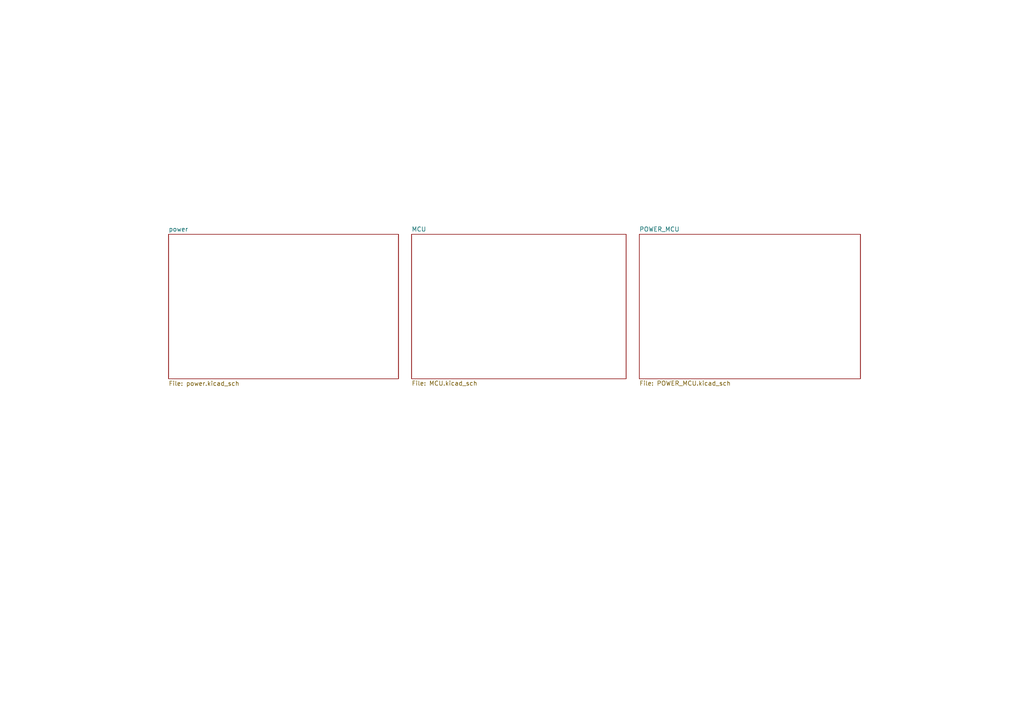
<source format=kicad_sch>
(kicad_sch (version 20211123) (generator eeschema)
  (paper "A4")
  (lib_symbols)
  (sheet (at 185.42 67.945) (size 64.135 41.91) (stroke (width 0.1524))
    (property "Sheet name" "POWER_MCU" (at 185.42 67.2334 0) (effects (justify left bottom)))
    (property "Sheet file" "POWER_MCU.kicad_sch" (at 185.42 110.4396 0) (effects (justify left top)))
  )
  (sheet (at 48.895 67.945) (size 66.675 41.91) (stroke (width 0.1524))
    (property "Sheet name" "power" (at 48.895 67.2334 0) (effects (justify left bottom)))
    (property "Sheet file" "power.kicad_sch" (at 48.895 110.49 0) (effects (justify left top)))
  )
  (sheet (at 119.38 67.945) (size 62.23 41.91) (stroke (width 0.1524))
    (property "Sheet name" "MCU" (at 119.38 67.2334 0) (effects (justify left bottom)))
    (property "Sheet file" "MCU.kicad_sch" (at 119.38 110.4396 0) (effects (justify left top)))
  )
)
</source>
